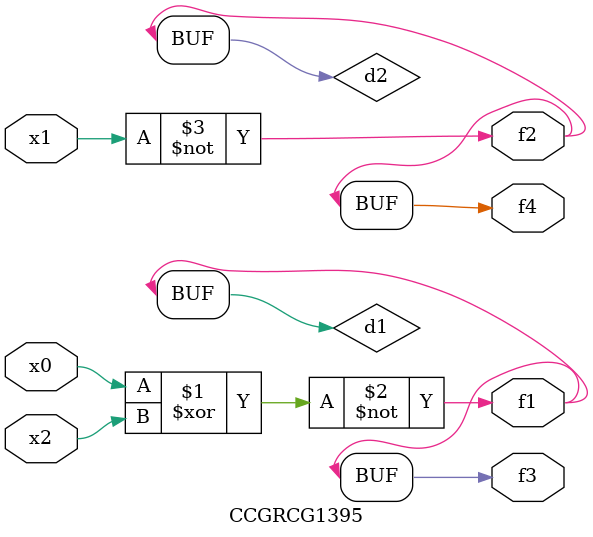
<source format=v>
module CCGRCG1395(
	input x0, x1, x2,
	output f1, f2, f3, f4
);

	wire d1, d2, d3;

	xnor (d1, x0, x2);
	nand (d2, x1);
	nor (d3, x1, x2);
	assign f1 = d1;
	assign f2 = d2;
	assign f3 = d1;
	assign f4 = d2;
endmodule

</source>
